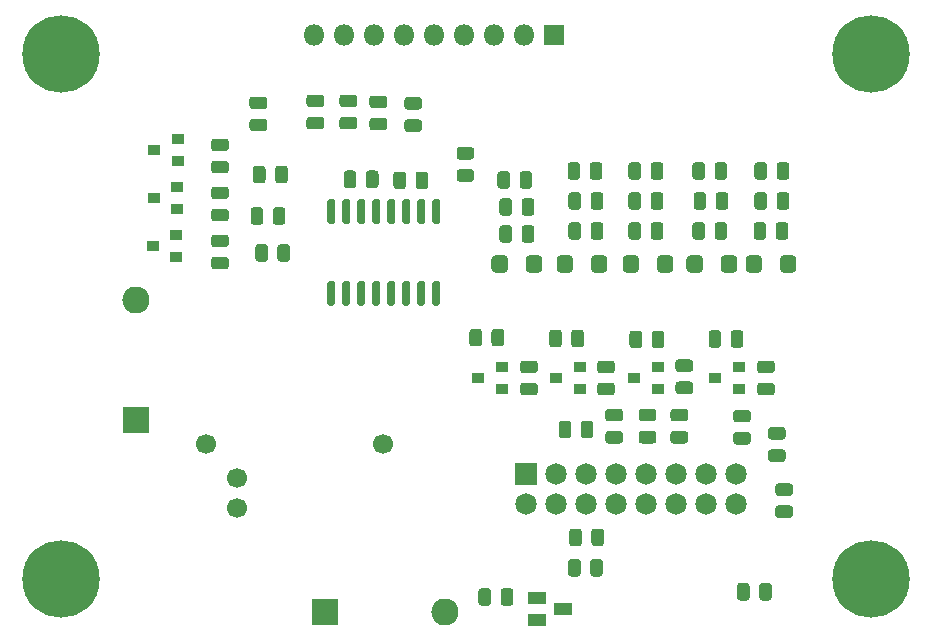
<source format=gbr>
G04 #@! TF.GenerationSoftware,KiCad,Pcbnew,(5.1.6-0-10_14)*
G04 #@! TF.CreationDate,2020-08-18T13:46:32-04:00*
G04 #@! TF.ProjectId,Pufferfish-Interface-2,50756666-6572-4666-9973-682d496e7465,rev?*
G04 #@! TF.SameCoordinates,Original*
G04 #@! TF.FileFunction,Soldermask,Top*
G04 #@! TF.FilePolarity,Negative*
%FSLAX46Y46*%
G04 Gerber Fmt 4.6, Leading zero omitted, Abs format (unit mm)*
G04 Created by KiCad (PCBNEW (5.1.6-0-10_14)) date 2020-08-18 13:46:32*
%MOMM*%
%LPD*%
G01*
G04 APERTURE LIST*
%ADD10O,1.800000X1.800000*%
%ADD11R,1.800000X1.800000*%
%ADD12C,6.553200*%
%ADD13R,1.500000X1.100000*%
%ADD14R,1.000000X0.900000*%
%ADD15O,2.300000X2.300000*%
%ADD16R,2.300000X2.300000*%
%ADD17R,1.825000X1.825000*%
%ADD18C,1.825000*%
%ADD19C,1.700000*%
G04 APERTURE END LIST*
D10*
X17619980Y-4711700D03*
X20159980Y-4711700D03*
X22699980Y-4711700D03*
X25239980Y-4711700D03*
X27779980Y-4711700D03*
X30319980Y-4711700D03*
X32859980Y-4711700D03*
X35399980Y-4711700D03*
D11*
X37939980Y-4711700D03*
D12*
X-3810000Y-6350000D03*
X-3810000Y-50800000D03*
X64770000Y-50800000D03*
X64770000Y-6350000D03*
D13*
X38692000Y-53340000D03*
X36492000Y-54290000D03*
X36492000Y-52390000D03*
G36*
G01*
X19255480Y-27649560D02*
X18905480Y-27649560D01*
G75*
G02*
X18730480Y-27474560I0J175000D01*
G01*
X18730480Y-25749560D01*
G75*
G02*
X18905480Y-25574560I175000J0D01*
G01*
X19255480Y-25574560D01*
G75*
G02*
X19430480Y-25749560I0J-175000D01*
G01*
X19430480Y-27474560D01*
G75*
G02*
X19255480Y-27649560I-175000J0D01*
G01*
G37*
G36*
G01*
X20525480Y-27649560D02*
X20175480Y-27649560D01*
G75*
G02*
X20000480Y-27474560I0J175000D01*
G01*
X20000480Y-25749560D01*
G75*
G02*
X20175480Y-25574560I175000J0D01*
G01*
X20525480Y-25574560D01*
G75*
G02*
X20700480Y-25749560I0J-175000D01*
G01*
X20700480Y-27474560D01*
G75*
G02*
X20525480Y-27649560I-175000J0D01*
G01*
G37*
G36*
G01*
X21795480Y-27649560D02*
X21445480Y-27649560D01*
G75*
G02*
X21270480Y-27474560I0J175000D01*
G01*
X21270480Y-25749560D01*
G75*
G02*
X21445480Y-25574560I175000J0D01*
G01*
X21795480Y-25574560D01*
G75*
G02*
X21970480Y-25749560I0J-175000D01*
G01*
X21970480Y-27474560D01*
G75*
G02*
X21795480Y-27649560I-175000J0D01*
G01*
G37*
G36*
G01*
X23065480Y-27649560D02*
X22715480Y-27649560D01*
G75*
G02*
X22540480Y-27474560I0J175000D01*
G01*
X22540480Y-25749560D01*
G75*
G02*
X22715480Y-25574560I175000J0D01*
G01*
X23065480Y-25574560D01*
G75*
G02*
X23240480Y-25749560I0J-175000D01*
G01*
X23240480Y-27474560D01*
G75*
G02*
X23065480Y-27649560I-175000J0D01*
G01*
G37*
G36*
G01*
X24335480Y-27649560D02*
X23985480Y-27649560D01*
G75*
G02*
X23810480Y-27474560I0J175000D01*
G01*
X23810480Y-25749560D01*
G75*
G02*
X23985480Y-25574560I175000J0D01*
G01*
X24335480Y-25574560D01*
G75*
G02*
X24510480Y-25749560I0J-175000D01*
G01*
X24510480Y-27474560D01*
G75*
G02*
X24335480Y-27649560I-175000J0D01*
G01*
G37*
G36*
G01*
X25605480Y-27649560D02*
X25255480Y-27649560D01*
G75*
G02*
X25080480Y-27474560I0J175000D01*
G01*
X25080480Y-25749560D01*
G75*
G02*
X25255480Y-25574560I175000J0D01*
G01*
X25605480Y-25574560D01*
G75*
G02*
X25780480Y-25749560I0J-175000D01*
G01*
X25780480Y-27474560D01*
G75*
G02*
X25605480Y-27649560I-175000J0D01*
G01*
G37*
G36*
G01*
X26875480Y-27649560D02*
X26525480Y-27649560D01*
G75*
G02*
X26350480Y-27474560I0J175000D01*
G01*
X26350480Y-25749560D01*
G75*
G02*
X26525480Y-25574560I175000J0D01*
G01*
X26875480Y-25574560D01*
G75*
G02*
X27050480Y-25749560I0J-175000D01*
G01*
X27050480Y-27474560D01*
G75*
G02*
X26875480Y-27649560I-175000J0D01*
G01*
G37*
G36*
G01*
X28145480Y-27649560D02*
X27795480Y-27649560D01*
G75*
G02*
X27620480Y-27474560I0J175000D01*
G01*
X27620480Y-25749560D01*
G75*
G02*
X27795480Y-25574560I175000J0D01*
G01*
X28145480Y-25574560D01*
G75*
G02*
X28320480Y-25749560I0J-175000D01*
G01*
X28320480Y-27474560D01*
G75*
G02*
X28145480Y-27649560I-175000J0D01*
G01*
G37*
G36*
G01*
X28145480Y-20724560D02*
X27795480Y-20724560D01*
G75*
G02*
X27620480Y-20549560I0J175000D01*
G01*
X27620480Y-18824560D01*
G75*
G02*
X27795480Y-18649560I175000J0D01*
G01*
X28145480Y-18649560D01*
G75*
G02*
X28320480Y-18824560I0J-175000D01*
G01*
X28320480Y-20549560D01*
G75*
G02*
X28145480Y-20724560I-175000J0D01*
G01*
G37*
G36*
G01*
X26875480Y-20724560D02*
X26525480Y-20724560D01*
G75*
G02*
X26350480Y-20549560I0J175000D01*
G01*
X26350480Y-18824560D01*
G75*
G02*
X26525480Y-18649560I175000J0D01*
G01*
X26875480Y-18649560D01*
G75*
G02*
X27050480Y-18824560I0J-175000D01*
G01*
X27050480Y-20549560D01*
G75*
G02*
X26875480Y-20724560I-175000J0D01*
G01*
G37*
G36*
G01*
X25605480Y-20724560D02*
X25255480Y-20724560D01*
G75*
G02*
X25080480Y-20549560I0J175000D01*
G01*
X25080480Y-18824560D01*
G75*
G02*
X25255480Y-18649560I175000J0D01*
G01*
X25605480Y-18649560D01*
G75*
G02*
X25780480Y-18824560I0J-175000D01*
G01*
X25780480Y-20549560D01*
G75*
G02*
X25605480Y-20724560I-175000J0D01*
G01*
G37*
G36*
G01*
X24335480Y-20724560D02*
X23985480Y-20724560D01*
G75*
G02*
X23810480Y-20549560I0J175000D01*
G01*
X23810480Y-18824560D01*
G75*
G02*
X23985480Y-18649560I175000J0D01*
G01*
X24335480Y-18649560D01*
G75*
G02*
X24510480Y-18824560I0J-175000D01*
G01*
X24510480Y-20549560D01*
G75*
G02*
X24335480Y-20724560I-175000J0D01*
G01*
G37*
G36*
G01*
X23065480Y-20724560D02*
X22715480Y-20724560D01*
G75*
G02*
X22540480Y-20549560I0J175000D01*
G01*
X22540480Y-18824560D01*
G75*
G02*
X22715480Y-18649560I175000J0D01*
G01*
X23065480Y-18649560D01*
G75*
G02*
X23240480Y-18824560I0J-175000D01*
G01*
X23240480Y-20549560D01*
G75*
G02*
X23065480Y-20724560I-175000J0D01*
G01*
G37*
G36*
G01*
X21795480Y-20724560D02*
X21445480Y-20724560D01*
G75*
G02*
X21270480Y-20549560I0J175000D01*
G01*
X21270480Y-18824560D01*
G75*
G02*
X21445480Y-18649560I175000J0D01*
G01*
X21795480Y-18649560D01*
G75*
G02*
X21970480Y-18824560I0J-175000D01*
G01*
X21970480Y-20549560D01*
G75*
G02*
X21795480Y-20724560I-175000J0D01*
G01*
G37*
G36*
G01*
X20525480Y-20724560D02*
X20175480Y-20724560D01*
G75*
G02*
X20000480Y-20549560I0J175000D01*
G01*
X20000480Y-18824560D01*
G75*
G02*
X20175480Y-18649560I175000J0D01*
G01*
X20525480Y-18649560D01*
G75*
G02*
X20700480Y-18824560I0J-175000D01*
G01*
X20700480Y-20549560D01*
G75*
G02*
X20525480Y-20724560I-175000J0D01*
G01*
G37*
G36*
G01*
X19255480Y-20724560D02*
X18905480Y-20724560D01*
G75*
G02*
X18730480Y-20549560I0J175000D01*
G01*
X18730480Y-18824560D01*
G75*
G02*
X18905480Y-18649560I175000J0D01*
G01*
X19255480Y-18649560D01*
G75*
G02*
X19430480Y-18824560I0J-175000D01*
G01*
X19430480Y-20549560D01*
G75*
G02*
X19255480Y-20724560I-175000J0D01*
G01*
G37*
G36*
G01*
X57863000Y-18314750D02*
X57863000Y-19277250D01*
G75*
G02*
X57594250Y-19546000I-268750J0D01*
G01*
X57056750Y-19546000D01*
G75*
G02*
X56788000Y-19277250I0J268750D01*
G01*
X56788000Y-18314750D01*
G75*
G02*
X57056750Y-18046000I268750J0D01*
G01*
X57594250Y-18046000D01*
G75*
G02*
X57863000Y-18314750I0J-268750D01*
G01*
G37*
G36*
G01*
X55988000Y-18314750D02*
X55988000Y-19277250D01*
G75*
G02*
X55719250Y-19546000I-268750J0D01*
G01*
X55181750Y-19546000D01*
G75*
G02*
X54913000Y-19277250I0J268750D01*
G01*
X54913000Y-18314750D01*
G75*
G02*
X55181750Y-18046000I268750J0D01*
G01*
X55719250Y-18046000D01*
G75*
G02*
X55988000Y-18314750I0J-268750D01*
G01*
G37*
G36*
G01*
X56788000Y-16737250D02*
X56788000Y-15774750D01*
G75*
G02*
X57056750Y-15506000I268750J0D01*
G01*
X57594250Y-15506000D01*
G75*
G02*
X57863000Y-15774750I0J-268750D01*
G01*
X57863000Y-16737250D01*
G75*
G02*
X57594250Y-17006000I-268750J0D01*
G01*
X57056750Y-17006000D01*
G75*
G02*
X56788000Y-16737250I0J268750D01*
G01*
G37*
G36*
G01*
X54913000Y-16737250D02*
X54913000Y-15774750D01*
G75*
G02*
X55181750Y-15506000I268750J0D01*
G01*
X55719250Y-15506000D01*
G75*
G02*
X55988000Y-15774750I0J-268750D01*
G01*
X55988000Y-16737250D01*
G75*
G02*
X55719250Y-17006000I-268750J0D01*
G01*
X55181750Y-17006000D01*
G75*
G02*
X54913000Y-16737250I0J268750D01*
G01*
G37*
G36*
G01*
X36273000Y-18822750D02*
X36273000Y-19785250D01*
G75*
G02*
X36004250Y-20054000I-268750J0D01*
G01*
X35466750Y-20054000D01*
G75*
G02*
X35198000Y-19785250I0J268750D01*
G01*
X35198000Y-18822750D01*
G75*
G02*
X35466750Y-18554000I268750J0D01*
G01*
X36004250Y-18554000D01*
G75*
G02*
X36273000Y-18822750I0J-268750D01*
G01*
G37*
G36*
G01*
X34398000Y-18822750D02*
X34398000Y-19785250D01*
G75*
G02*
X34129250Y-20054000I-268750J0D01*
G01*
X33591750Y-20054000D01*
G75*
G02*
X33323000Y-19785250I0J268750D01*
G01*
X33323000Y-18822750D01*
G75*
G02*
X33591750Y-18554000I268750J0D01*
G01*
X34129250Y-18554000D01*
G75*
G02*
X34398000Y-18822750I0J-268750D01*
G01*
G37*
G36*
G01*
X42115000Y-18314750D02*
X42115000Y-19277250D01*
G75*
G02*
X41846250Y-19546000I-268750J0D01*
G01*
X41308750Y-19546000D01*
G75*
G02*
X41040000Y-19277250I0J268750D01*
G01*
X41040000Y-18314750D01*
G75*
G02*
X41308750Y-18046000I268750J0D01*
G01*
X41846250Y-18046000D01*
G75*
G02*
X42115000Y-18314750I0J-268750D01*
G01*
G37*
G36*
G01*
X40240000Y-18314750D02*
X40240000Y-19277250D01*
G75*
G02*
X39971250Y-19546000I-268750J0D01*
G01*
X39433750Y-19546000D01*
G75*
G02*
X39165000Y-19277250I0J268750D01*
G01*
X39165000Y-18314750D01*
G75*
G02*
X39433750Y-18046000I268750J0D01*
G01*
X39971250Y-18046000D01*
G75*
G02*
X40240000Y-18314750I0J-268750D01*
G01*
G37*
G36*
G01*
X45320000Y-18314750D02*
X45320000Y-19277250D01*
G75*
G02*
X45051250Y-19546000I-268750J0D01*
G01*
X44513750Y-19546000D01*
G75*
G02*
X44245000Y-19277250I0J268750D01*
G01*
X44245000Y-18314750D01*
G75*
G02*
X44513750Y-18046000I268750J0D01*
G01*
X45051250Y-18046000D01*
G75*
G02*
X45320000Y-18314750I0J-268750D01*
G01*
G37*
G36*
G01*
X47195000Y-18314750D02*
X47195000Y-19277250D01*
G75*
G02*
X46926250Y-19546000I-268750J0D01*
G01*
X46388750Y-19546000D01*
G75*
G02*
X46120000Y-19277250I0J268750D01*
G01*
X46120000Y-18314750D01*
G75*
G02*
X46388750Y-18046000I268750J0D01*
G01*
X46926250Y-18046000D01*
G75*
G02*
X47195000Y-18314750I0J-268750D01*
G01*
G37*
G36*
G01*
X52704500Y-18314750D02*
X52704500Y-19277250D01*
G75*
G02*
X52435750Y-19546000I-268750J0D01*
G01*
X51898250Y-19546000D01*
G75*
G02*
X51629500Y-19277250I0J268750D01*
G01*
X51629500Y-18314750D01*
G75*
G02*
X51898250Y-18046000I268750J0D01*
G01*
X52435750Y-18046000D01*
G75*
G02*
X52704500Y-18314750I0J-268750D01*
G01*
G37*
G36*
G01*
X50829500Y-18314750D02*
X50829500Y-19277250D01*
G75*
G02*
X50560750Y-19546000I-268750J0D01*
G01*
X50023250Y-19546000D01*
G75*
G02*
X49754500Y-19277250I0J268750D01*
G01*
X49754500Y-18314750D01*
G75*
G02*
X50023250Y-18046000I268750J0D01*
G01*
X50560750Y-18046000D01*
G75*
G02*
X50829500Y-18314750I0J-268750D01*
G01*
G37*
G36*
G01*
X35022500Y-17499250D02*
X35022500Y-16536750D01*
G75*
G02*
X35291250Y-16268000I268750J0D01*
G01*
X35828750Y-16268000D01*
G75*
G02*
X36097500Y-16536750I0J-268750D01*
G01*
X36097500Y-17499250D01*
G75*
G02*
X35828750Y-17768000I-268750J0D01*
G01*
X35291250Y-17768000D01*
G75*
G02*
X35022500Y-17499250I0J268750D01*
G01*
G37*
G36*
G01*
X33147500Y-17499250D02*
X33147500Y-16536750D01*
G75*
G02*
X33416250Y-16268000I268750J0D01*
G01*
X33953750Y-16268000D01*
G75*
G02*
X34222500Y-16536750I0J-268750D01*
G01*
X34222500Y-17499250D01*
G75*
G02*
X33953750Y-17768000I-268750J0D01*
G01*
X33416250Y-17768000D01*
G75*
G02*
X33147500Y-17499250I0J268750D01*
G01*
G37*
G36*
G01*
X40961500Y-16737250D02*
X40961500Y-15774750D01*
G75*
G02*
X41230250Y-15506000I268750J0D01*
G01*
X41767750Y-15506000D01*
G75*
G02*
X42036500Y-15774750I0J-268750D01*
G01*
X42036500Y-16737250D01*
G75*
G02*
X41767750Y-17006000I-268750J0D01*
G01*
X41230250Y-17006000D01*
G75*
G02*
X40961500Y-16737250I0J268750D01*
G01*
G37*
G36*
G01*
X39086500Y-16737250D02*
X39086500Y-15774750D01*
G75*
G02*
X39355250Y-15506000I268750J0D01*
G01*
X39892750Y-15506000D01*
G75*
G02*
X40161500Y-15774750I0J-268750D01*
G01*
X40161500Y-16737250D01*
G75*
G02*
X39892750Y-17006000I-268750J0D01*
G01*
X39355250Y-17006000D01*
G75*
G02*
X39086500Y-16737250I0J268750D01*
G01*
G37*
G36*
G01*
X44245000Y-16737250D02*
X44245000Y-15774750D01*
G75*
G02*
X44513750Y-15506000I268750J0D01*
G01*
X45051250Y-15506000D01*
G75*
G02*
X45320000Y-15774750I0J-268750D01*
G01*
X45320000Y-16737250D01*
G75*
G02*
X45051250Y-17006000I-268750J0D01*
G01*
X44513750Y-17006000D01*
G75*
G02*
X44245000Y-16737250I0J268750D01*
G01*
G37*
G36*
G01*
X46120000Y-16737250D02*
X46120000Y-15774750D01*
G75*
G02*
X46388750Y-15506000I268750J0D01*
G01*
X46926250Y-15506000D01*
G75*
G02*
X47195000Y-15774750I0J-268750D01*
G01*
X47195000Y-16737250D01*
G75*
G02*
X46926250Y-17006000I-268750J0D01*
G01*
X46388750Y-17006000D01*
G75*
G02*
X46120000Y-16737250I0J268750D01*
G01*
G37*
G36*
G01*
X49657500Y-16737250D02*
X49657500Y-15774750D01*
G75*
G02*
X49926250Y-15506000I268750J0D01*
G01*
X50463750Y-15506000D01*
G75*
G02*
X50732500Y-15774750I0J-268750D01*
G01*
X50732500Y-16737250D01*
G75*
G02*
X50463750Y-17006000I-268750J0D01*
G01*
X49926250Y-17006000D01*
G75*
G02*
X49657500Y-16737250I0J268750D01*
G01*
G37*
G36*
G01*
X51532500Y-16737250D02*
X51532500Y-15774750D01*
G75*
G02*
X51801250Y-15506000I268750J0D01*
G01*
X52338750Y-15506000D01*
G75*
G02*
X52607500Y-15774750I0J-268750D01*
G01*
X52607500Y-16737250D01*
G75*
G02*
X52338750Y-17006000I-268750J0D01*
G01*
X51801250Y-17006000D01*
G75*
G02*
X51532500Y-16737250I0J268750D01*
G01*
G37*
G36*
G01*
X17245410Y-11662360D02*
X18207910Y-11662360D01*
G75*
G02*
X18476660Y-11931110I0J-268750D01*
G01*
X18476660Y-12468610D01*
G75*
G02*
X18207910Y-12737360I-268750J0D01*
G01*
X17245410Y-12737360D01*
G75*
G02*
X16976660Y-12468610I0J268750D01*
G01*
X16976660Y-11931110D01*
G75*
G02*
X17245410Y-11662360I268750J0D01*
G01*
G37*
G36*
G01*
X17245410Y-9787360D02*
X18207910Y-9787360D01*
G75*
G02*
X18476660Y-10056110I0J-268750D01*
G01*
X18476660Y-10593610D01*
G75*
G02*
X18207910Y-10862360I-268750J0D01*
G01*
X17245410Y-10862360D01*
G75*
G02*
X16976660Y-10593610I0J268750D01*
G01*
X16976660Y-10056110D01*
G75*
G02*
X17245410Y-9787360I268750J0D01*
G01*
G37*
G36*
G01*
X20039410Y-9787360D02*
X21001910Y-9787360D01*
G75*
G02*
X21270660Y-10056110I0J-268750D01*
G01*
X21270660Y-10593610D01*
G75*
G02*
X21001910Y-10862360I-268750J0D01*
G01*
X20039410Y-10862360D01*
G75*
G02*
X19770660Y-10593610I0J268750D01*
G01*
X19770660Y-10056110D01*
G75*
G02*
X20039410Y-9787360I268750J0D01*
G01*
G37*
G36*
G01*
X20039410Y-11662360D02*
X21001910Y-11662360D01*
G75*
G02*
X21270660Y-11931110I0J-268750D01*
G01*
X21270660Y-12468610D01*
G75*
G02*
X21001910Y-12737360I-268750J0D01*
G01*
X20039410Y-12737360D01*
G75*
G02*
X19770660Y-12468610I0J268750D01*
G01*
X19770660Y-11931110D01*
G75*
G02*
X20039410Y-11662360I268750J0D01*
G01*
G37*
G36*
G01*
X22579410Y-11740860D02*
X23541910Y-11740860D01*
G75*
G02*
X23810660Y-12009610I0J-268750D01*
G01*
X23810660Y-12547110D01*
G75*
G02*
X23541910Y-12815860I-268750J0D01*
G01*
X22579410Y-12815860D01*
G75*
G02*
X22310660Y-12547110I0J268750D01*
G01*
X22310660Y-12009610D01*
G75*
G02*
X22579410Y-11740860I268750J0D01*
G01*
G37*
G36*
G01*
X22579410Y-9865860D02*
X23541910Y-9865860D01*
G75*
G02*
X23810660Y-10134610I0J-268750D01*
G01*
X23810660Y-10672110D01*
G75*
G02*
X23541910Y-10940860I-268750J0D01*
G01*
X22579410Y-10940860D01*
G75*
G02*
X22310660Y-10672110I0J268750D01*
G01*
X22310660Y-10134610D01*
G75*
G02*
X22579410Y-9865860I268750J0D01*
G01*
G37*
G36*
G01*
X25528350Y-9998420D02*
X26490850Y-9998420D01*
G75*
G02*
X26759600Y-10267170I0J-268750D01*
G01*
X26759600Y-10804670D01*
G75*
G02*
X26490850Y-11073420I-268750J0D01*
G01*
X25528350Y-11073420D01*
G75*
G02*
X25259600Y-10804670I0J268750D01*
G01*
X25259600Y-10267170D01*
G75*
G02*
X25528350Y-9998420I268750J0D01*
G01*
G37*
G36*
G01*
X25528350Y-11873420D02*
X26490850Y-11873420D01*
G75*
G02*
X26759600Y-12142170I0J-268750D01*
G01*
X26759600Y-12679670D01*
G75*
G02*
X26490850Y-12948420I-268750J0D01*
G01*
X25528350Y-12948420D01*
G75*
G02*
X25259600Y-12679670I0J268750D01*
G01*
X25259600Y-12142170D01*
G75*
G02*
X25528350Y-11873420I268750J0D01*
G01*
G37*
G36*
G01*
X10133250Y-14586000D02*
X9170750Y-14586000D01*
G75*
G02*
X8902000Y-14317250I0J268750D01*
G01*
X8902000Y-13779750D01*
G75*
G02*
X9170750Y-13511000I268750J0D01*
G01*
X10133250Y-13511000D01*
G75*
G02*
X10402000Y-13779750I0J-268750D01*
G01*
X10402000Y-14317250D01*
G75*
G02*
X10133250Y-14586000I-268750J0D01*
G01*
G37*
G36*
G01*
X10133250Y-16461000D02*
X9170750Y-16461000D01*
G75*
G02*
X8902000Y-16192250I0J268750D01*
G01*
X8902000Y-15654750D01*
G75*
G02*
X9170750Y-15386000I268750J0D01*
G01*
X10133250Y-15386000D01*
G75*
G02*
X10402000Y-15654750I0J-268750D01*
G01*
X10402000Y-16192250D01*
G75*
G02*
X10133250Y-16461000I-268750J0D01*
G01*
G37*
G36*
G01*
X10133250Y-20525000D02*
X9170750Y-20525000D01*
G75*
G02*
X8902000Y-20256250I0J268750D01*
G01*
X8902000Y-19718750D01*
G75*
G02*
X9170750Y-19450000I268750J0D01*
G01*
X10133250Y-19450000D01*
G75*
G02*
X10402000Y-19718750I0J-268750D01*
G01*
X10402000Y-20256250D01*
G75*
G02*
X10133250Y-20525000I-268750J0D01*
G01*
G37*
G36*
G01*
X10133250Y-18650000D02*
X9170750Y-18650000D01*
G75*
G02*
X8902000Y-18381250I0J268750D01*
G01*
X8902000Y-17843750D01*
G75*
G02*
X9170750Y-17575000I268750J0D01*
G01*
X10133250Y-17575000D01*
G75*
G02*
X10402000Y-17843750I0J-268750D01*
G01*
X10402000Y-18381250D01*
G75*
G02*
X10133250Y-18650000I-268750J0D01*
G01*
G37*
G36*
G01*
X10133250Y-22714000D02*
X9170750Y-22714000D01*
G75*
G02*
X8902000Y-22445250I0J268750D01*
G01*
X8902000Y-21907750D01*
G75*
G02*
X9170750Y-21639000I268750J0D01*
G01*
X10133250Y-21639000D01*
G75*
G02*
X10402000Y-21907750I0J-268750D01*
G01*
X10402000Y-22445250D01*
G75*
G02*
X10133250Y-22714000I-268750J0D01*
G01*
G37*
G36*
G01*
X10133250Y-24589000D02*
X9170750Y-24589000D01*
G75*
G02*
X8902000Y-24320250I0J268750D01*
G01*
X8902000Y-23782750D01*
G75*
G02*
X9170750Y-23514000I268750J0D01*
G01*
X10133250Y-23514000D01*
G75*
G02*
X10402000Y-23782750I0J-268750D01*
G01*
X10402000Y-24320250D01*
G75*
G02*
X10133250Y-24589000I-268750J0D01*
G01*
G37*
G36*
G01*
X34495000Y-51842750D02*
X34495000Y-52805250D01*
G75*
G02*
X34226250Y-53074000I-268750J0D01*
G01*
X33688750Y-53074000D01*
G75*
G02*
X33420000Y-52805250I0J268750D01*
G01*
X33420000Y-51842750D01*
G75*
G02*
X33688750Y-51574000I268750J0D01*
G01*
X34226250Y-51574000D01*
G75*
G02*
X34495000Y-51842750I0J-268750D01*
G01*
G37*
G36*
G01*
X32620000Y-51842750D02*
X32620000Y-52805250D01*
G75*
G02*
X32351250Y-53074000I-268750J0D01*
G01*
X31813750Y-53074000D01*
G75*
G02*
X31545000Y-52805250I0J268750D01*
G01*
X31545000Y-51842750D01*
G75*
G02*
X31813750Y-51574000I268750J0D01*
G01*
X32351250Y-51574000D01*
G75*
G02*
X32620000Y-51842750I0J-268750D01*
G01*
G37*
G36*
G01*
X52099020Y-29998750D02*
X52099020Y-30961250D01*
G75*
G02*
X51830270Y-31230000I-268750J0D01*
G01*
X51292770Y-31230000D01*
G75*
G02*
X51024020Y-30961250I0J268750D01*
G01*
X51024020Y-29998750D01*
G75*
G02*
X51292770Y-29730000I268750J0D01*
G01*
X51830270Y-29730000D01*
G75*
G02*
X52099020Y-29998750I0J-268750D01*
G01*
G37*
G36*
G01*
X53974020Y-29998750D02*
X53974020Y-30961250D01*
G75*
G02*
X53705270Y-31230000I-268750J0D01*
G01*
X53167770Y-31230000D01*
G75*
G02*
X52899020Y-30961250I0J268750D01*
G01*
X52899020Y-29998750D01*
G75*
G02*
X53167770Y-29730000I268750J0D01*
G01*
X53705270Y-29730000D01*
G75*
G02*
X53974020Y-29998750I0J-268750D01*
G01*
G37*
G36*
G01*
X47273500Y-30036850D02*
X47273500Y-30999350D01*
G75*
G02*
X47004750Y-31268100I-268750J0D01*
G01*
X46467250Y-31268100D01*
G75*
G02*
X46198500Y-30999350I0J268750D01*
G01*
X46198500Y-30036850D01*
G75*
G02*
X46467250Y-29768100I268750J0D01*
G01*
X47004750Y-29768100D01*
G75*
G02*
X47273500Y-30036850I0J-268750D01*
G01*
G37*
G36*
G01*
X45398500Y-30036850D02*
X45398500Y-30999350D01*
G75*
G02*
X45129750Y-31268100I-268750J0D01*
G01*
X44592250Y-31268100D01*
G75*
G02*
X44323500Y-30999350I0J268750D01*
G01*
X44323500Y-30036850D01*
G75*
G02*
X44592250Y-29768100I268750J0D01*
G01*
X45129750Y-29768100D01*
G75*
G02*
X45398500Y-30036850I0J-268750D01*
G01*
G37*
G36*
G01*
X38609320Y-29958110D02*
X38609320Y-30920610D01*
G75*
G02*
X38340570Y-31189360I-268750J0D01*
G01*
X37803070Y-31189360D01*
G75*
G02*
X37534320Y-30920610I0J268750D01*
G01*
X37534320Y-29958110D01*
G75*
G02*
X37803070Y-29689360I268750J0D01*
G01*
X38340570Y-29689360D01*
G75*
G02*
X38609320Y-29958110I0J-268750D01*
G01*
G37*
G36*
G01*
X40484320Y-29958110D02*
X40484320Y-30920610D01*
G75*
G02*
X40215570Y-31189360I-268750J0D01*
G01*
X39678070Y-31189360D01*
G75*
G02*
X39409320Y-30920610I0J268750D01*
G01*
X39409320Y-29958110D01*
G75*
G02*
X39678070Y-29689360I268750J0D01*
G01*
X40215570Y-29689360D01*
G75*
G02*
X40484320Y-29958110I0J-268750D01*
G01*
G37*
G36*
G01*
X33723080Y-29879370D02*
X33723080Y-30841870D01*
G75*
G02*
X33454330Y-31110620I-268750J0D01*
G01*
X32916830Y-31110620D01*
G75*
G02*
X32648080Y-30841870I0J268750D01*
G01*
X32648080Y-29879370D01*
G75*
G02*
X32916830Y-29610620I268750J0D01*
G01*
X33454330Y-29610620D01*
G75*
G02*
X33723080Y-29879370I0J-268750D01*
G01*
G37*
G36*
G01*
X31848080Y-29879370D02*
X31848080Y-30841870D01*
G75*
G02*
X31579330Y-31110620I-268750J0D01*
G01*
X31041830Y-31110620D01*
G75*
G02*
X30773080Y-30841870I0J268750D01*
G01*
X30773080Y-29879370D01*
G75*
G02*
X31041830Y-29610620I268750J0D01*
G01*
X31579330Y-29610620D01*
G75*
G02*
X31848080Y-29879370I0J-268750D01*
G01*
G37*
G36*
G01*
X56361250Y-35257000D02*
X55398750Y-35257000D01*
G75*
G02*
X55130000Y-34988250I0J268750D01*
G01*
X55130000Y-34450750D01*
G75*
G02*
X55398750Y-34182000I268750J0D01*
G01*
X56361250Y-34182000D01*
G75*
G02*
X56630000Y-34450750I0J-268750D01*
G01*
X56630000Y-34988250D01*
G75*
G02*
X56361250Y-35257000I-268750J0D01*
G01*
G37*
G36*
G01*
X56361250Y-33382000D02*
X55398750Y-33382000D01*
G75*
G02*
X55130000Y-33113250I0J268750D01*
G01*
X55130000Y-32575750D01*
G75*
G02*
X55398750Y-32307000I268750J0D01*
G01*
X56361250Y-32307000D01*
G75*
G02*
X56630000Y-32575750I0J-268750D01*
G01*
X56630000Y-33113250D01*
G75*
G02*
X56361250Y-33382000I-268750J0D01*
G01*
G37*
G36*
G01*
X49457530Y-33275320D02*
X48495030Y-33275320D01*
G75*
G02*
X48226280Y-33006570I0J268750D01*
G01*
X48226280Y-32469070D01*
G75*
G02*
X48495030Y-32200320I268750J0D01*
G01*
X49457530Y-32200320D01*
G75*
G02*
X49726280Y-32469070I0J-268750D01*
G01*
X49726280Y-33006570D01*
G75*
G02*
X49457530Y-33275320I-268750J0D01*
G01*
G37*
G36*
G01*
X49457530Y-35150320D02*
X48495030Y-35150320D01*
G75*
G02*
X48226280Y-34881570I0J268750D01*
G01*
X48226280Y-34344070D01*
G75*
G02*
X48495030Y-34075320I268750J0D01*
G01*
X49457530Y-34075320D01*
G75*
G02*
X49726280Y-34344070I0J-268750D01*
G01*
X49726280Y-34881570D01*
G75*
G02*
X49457530Y-35150320I-268750J0D01*
G01*
G37*
G36*
G01*
X42823050Y-35257000D02*
X41860550Y-35257000D01*
G75*
G02*
X41591800Y-34988250I0J268750D01*
G01*
X41591800Y-34450750D01*
G75*
G02*
X41860550Y-34182000I268750J0D01*
G01*
X42823050Y-34182000D01*
G75*
G02*
X43091800Y-34450750I0J-268750D01*
G01*
X43091800Y-34988250D01*
G75*
G02*
X42823050Y-35257000I-268750J0D01*
G01*
G37*
G36*
G01*
X42823050Y-33382000D02*
X41860550Y-33382000D01*
G75*
G02*
X41591800Y-33113250I0J268750D01*
G01*
X41591800Y-32575750D01*
G75*
G02*
X41860550Y-32307000I268750J0D01*
G01*
X42823050Y-32307000D01*
G75*
G02*
X43091800Y-32575750I0J-268750D01*
G01*
X43091800Y-33113250D01*
G75*
G02*
X42823050Y-33382000I-268750J0D01*
G01*
G37*
G36*
G01*
X36295250Y-33382000D02*
X35332750Y-33382000D01*
G75*
G02*
X35064000Y-33113250I0J268750D01*
G01*
X35064000Y-32575750D01*
G75*
G02*
X35332750Y-32307000I268750J0D01*
G01*
X36295250Y-32307000D01*
G75*
G02*
X36564000Y-32575750I0J-268750D01*
G01*
X36564000Y-33113250D01*
G75*
G02*
X36295250Y-33382000I-268750J0D01*
G01*
G37*
G36*
G01*
X36295250Y-35257000D02*
X35332750Y-35257000D01*
G75*
G02*
X35064000Y-34988250I0J268750D01*
G01*
X35064000Y-34450750D01*
G75*
G02*
X35332750Y-34182000I268750J0D01*
G01*
X36295250Y-34182000D01*
G75*
G02*
X36564000Y-34450750I0J-268750D01*
G01*
X36564000Y-34988250D01*
G75*
G02*
X36295250Y-35257000I-268750J0D01*
G01*
G37*
D14*
X4080000Y-14478000D03*
X6080000Y-13528000D03*
X6080000Y-15428000D03*
X4047740Y-18521720D03*
X6047740Y-17571720D03*
X6047740Y-19471720D03*
X5970780Y-23566160D03*
X5970780Y-21666160D03*
X3970780Y-22616160D03*
X51578000Y-33782000D03*
X53578000Y-32832000D03*
X53578000Y-34732000D03*
X46720000Y-34732000D03*
X46720000Y-32832000D03*
X44720000Y-33782000D03*
X38116000Y-33782000D03*
X40116000Y-32832000D03*
X40116000Y-34732000D03*
X33512000Y-34732000D03*
X33512000Y-32832000D03*
X31512000Y-33782000D03*
G36*
G01*
X57064000Y-24530000D02*
X57064000Y-23730000D01*
G75*
G02*
X57414000Y-23380000I350000J0D01*
G01*
X58114000Y-23380000D01*
G75*
G02*
X58464000Y-23730000I0J-350000D01*
G01*
X58464000Y-24530000D01*
G75*
G02*
X58114000Y-24880000I-350000J0D01*
G01*
X57414000Y-24880000D01*
G75*
G02*
X57064000Y-24530000I0J350000D01*
G01*
G37*
G36*
G01*
X54164000Y-24530000D02*
X54164000Y-23730000D01*
G75*
G02*
X54514000Y-23380000I350000J0D01*
G01*
X55214000Y-23380000D01*
G75*
G02*
X55564000Y-23730000I0J-350000D01*
G01*
X55564000Y-24530000D01*
G75*
G02*
X55214000Y-24880000I-350000J0D01*
G01*
X54514000Y-24880000D01*
G75*
G02*
X54164000Y-24530000I0J350000D01*
G01*
G37*
G36*
G01*
X35548000Y-24530000D02*
X35548000Y-23730000D01*
G75*
G02*
X35898000Y-23380000I350000J0D01*
G01*
X36598000Y-23380000D01*
G75*
G02*
X36948000Y-23730000I0J-350000D01*
G01*
X36948000Y-24530000D01*
G75*
G02*
X36598000Y-24880000I-350000J0D01*
G01*
X35898000Y-24880000D01*
G75*
G02*
X35548000Y-24530000I0J350000D01*
G01*
G37*
G36*
G01*
X32648000Y-24530000D02*
X32648000Y-23730000D01*
G75*
G02*
X32998000Y-23380000I350000J0D01*
G01*
X33698000Y-23380000D01*
G75*
G02*
X34048000Y-23730000I0J-350000D01*
G01*
X34048000Y-24530000D01*
G75*
G02*
X33698000Y-24880000I-350000J0D01*
G01*
X32998000Y-24880000D01*
G75*
G02*
X32648000Y-24530000I0J350000D01*
G01*
G37*
G36*
G01*
X41062000Y-24530000D02*
X41062000Y-23730000D01*
G75*
G02*
X41412000Y-23380000I350000J0D01*
G01*
X42112000Y-23380000D01*
G75*
G02*
X42462000Y-23730000I0J-350000D01*
G01*
X42462000Y-24530000D01*
G75*
G02*
X42112000Y-24880000I-350000J0D01*
G01*
X41412000Y-24880000D01*
G75*
G02*
X41062000Y-24530000I0J350000D01*
G01*
G37*
G36*
G01*
X38162000Y-24530000D02*
X38162000Y-23730000D01*
G75*
G02*
X38512000Y-23380000I350000J0D01*
G01*
X39212000Y-23380000D01*
G75*
G02*
X39562000Y-23730000I0J-350000D01*
G01*
X39562000Y-24530000D01*
G75*
G02*
X39212000Y-24880000I-350000J0D01*
G01*
X38512000Y-24880000D01*
G75*
G02*
X38162000Y-24530000I0J350000D01*
G01*
G37*
G36*
G01*
X43750000Y-24530000D02*
X43750000Y-23730000D01*
G75*
G02*
X44100000Y-23380000I350000J0D01*
G01*
X44800000Y-23380000D01*
G75*
G02*
X45150000Y-23730000I0J-350000D01*
G01*
X45150000Y-24530000D01*
G75*
G02*
X44800000Y-24880000I-350000J0D01*
G01*
X44100000Y-24880000D01*
G75*
G02*
X43750000Y-24530000I0J350000D01*
G01*
G37*
G36*
G01*
X46650000Y-24530000D02*
X46650000Y-23730000D01*
G75*
G02*
X47000000Y-23380000I350000J0D01*
G01*
X47700000Y-23380000D01*
G75*
G02*
X48050000Y-23730000I0J-350000D01*
G01*
X48050000Y-24530000D01*
G75*
G02*
X47700000Y-24880000I-350000J0D01*
G01*
X47000000Y-24880000D01*
G75*
G02*
X46650000Y-24530000I0J350000D01*
G01*
G37*
G36*
G01*
X49158000Y-24530000D02*
X49158000Y-23730000D01*
G75*
G02*
X49508000Y-23380000I350000J0D01*
G01*
X50208000Y-23380000D01*
G75*
G02*
X50558000Y-23730000I0J-350000D01*
G01*
X50558000Y-24530000D01*
G75*
G02*
X50208000Y-24880000I-350000J0D01*
G01*
X49508000Y-24880000D01*
G75*
G02*
X49158000Y-24530000I0J350000D01*
G01*
G37*
G36*
G01*
X52058000Y-24530000D02*
X52058000Y-23730000D01*
G75*
G02*
X52408000Y-23380000I350000J0D01*
G01*
X53108000Y-23380000D01*
G75*
G02*
X53458000Y-23730000I0J-350000D01*
G01*
X53458000Y-24530000D01*
G75*
G02*
X53108000Y-24880000I-350000J0D01*
G01*
X52408000Y-24880000D01*
G75*
G02*
X52058000Y-24530000I0J350000D01*
G01*
G37*
D15*
X2540000Y-27178000D03*
D16*
X2540000Y-37338000D03*
X18542000Y-53594000D03*
D15*
X28702000Y-53594000D03*
G36*
G01*
X54834500Y-21817250D02*
X54834500Y-20854750D01*
G75*
G02*
X55103250Y-20586000I268750J0D01*
G01*
X55640750Y-20586000D01*
G75*
G02*
X55909500Y-20854750I0J-268750D01*
G01*
X55909500Y-21817250D01*
G75*
G02*
X55640750Y-22086000I-268750J0D01*
G01*
X55103250Y-22086000D01*
G75*
G02*
X54834500Y-21817250I0J268750D01*
G01*
G37*
G36*
G01*
X56709500Y-21817250D02*
X56709500Y-20854750D01*
G75*
G02*
X56978250Y-20586000I268750J0D01*
G01*
X57515750Y-20586000D01*
G75*
G02*
X57784500Y-20854750I0J-268750D01*
G01*
X57784500Y-21817250D01*
G75*
G02*
X57515750Y-22086000I-268750J0D01*
G01*
X56978250Y-22086000D01*
G75*
G02*
X56709500Y-21817250I0J268750D01*
G01*
G37*
G36*
G01*
X33323000Y-22071250D02*
X33323000Y-21108750D01*
G75*
G02*
X33591750Y-20840000I268750J0D01*
G01*
X34129250Y-20840000D01*
G75*
G02*
X34398000Y-21108750I0J-268750D01*
G01*
X34398000Y-22071250D01*
G75*
G02*
X34129250Y-22340000I-268750J0D01*
G01*
X33591750Y-22340000D01*
G75*
G02*
X33323000Y-22071250I0J268750D01*
G01*
G37*
G36*
G01*
X35198000Y-22071250D02*
X35198000Y-21108750D01*
G75*
G02*
X35466750Y-20840000I268750J0D01*
G01*
X36004250Y-20840000D01*
G75*
G02*
X36273000Y-21108750I0J-268750D01*
G01*
X36273000Y-22071250D01*
G75*
G02*
X36004250Y-22340000I-268750J0D01*
G01*
X35466750Y-22340000D01*
G75*
G02*
X35198000Y-22071250I0J268750D01*
G01*
G37*
G36*
G01*
X39165000Y-21817250D02*
X39165000Y-20854750D01*
G75*
G02*
X39433750Y-20586000I268750J0D01*
G01*
X39971250Y-20586000D01*
G75*
G02*
X40240000Y-20854750I0J-268750D01*
G01*
X40240000Y-21817250D01*
G75*
G02*
X39971250Y-22086000I-268750J0D01*
G01*
X39433750Y-22086000D01*
G75*
G02*
X39165000Y-21817250I0J268750D01*
G01*
G37*
G36*
G01*
X41040000Y-21817250D02*
X41040000Y-20854750D01*
G75*
G02*
X41308750Y-20586000I268750J0D01*
G01*
X41846250Y-20586000D01*
G75*
G02*
X42115000Y-20854750I0J-268750D01*
G01*
X42115000Y-21817250D01*
G75*
G02*
X41846250Y-22086000I-268750J0D01*
G01*
X41308750Y-22086000D01*
G75*
G02*
X41040000Y-21817250I0J268750D01*
G01*
G37*
G36*
G01*
X46120000Y-21817250D02*
X46120000Y-20854750D01*
G75*
G02*
X46388750Y-20586000I268750J0D01*
G01*
X46926250Y-20586000D01*
G75*
G02*
X47195000Y-20854750I0J-268750D01*
G01*
X47195000Y-21817250D01*
G75*
G02*
X46926250Y-22086000I-268750J0D01*
G01*
X46388750Y-22086000D01*
G75*
G02*
X46120000Y-21817250I0J268750D01*
G01*
G37*
G36*
G01*
X44245000Y-21817250D02*
X44245000Y-20854750D01*
G75*
G02*
X44513750Y-20586000I268750J0D01*
G01*
X45051250Y-20586000D01*
G75*
G02*
X45320000Y-20854750I0J-268750D01*
G01*
X45320000Y-21817250D01*
G75*
G02*
X45051250Y-22086000I-268750J0D01*
G01*
X44513750Y-22086000D01*
G75*
G02*
X44245000Y-21817250I0J268750D01*
G01*
G37*
G36*
G01*
X51532500Y-21817250D02*
X51532500Y-20854750D01*
G75*
G02*
X51801250Y-20586000I268750J0D01*
G01*
X52338750Y-20586000D01*
G75*
G02*
X52607500Y-20854750I0J-268750D01*
G01*
X52607500Y-21817250D01*
G75*
G02*
X52338750Y-22086000I-268750J0D01*
G01*
X51801250Y-22086000D01*
G75*
G02*
X51532500Y-21817250I0J268750D01*
G01*
G37*
G36*
G01*
X49657500Y-21817250D02*
X49657500Y-20854750D01*
G75*
G02*
X49926250Y-20586000I268750J0D01*
G01*
X50463750Y-20586000D01*
G75*
G02*
X50732500Y-20854750I0J-268750D01*
G01*
X50732500Y-21817250D01*
G75*
G02*
X50463750Y-22086000I-268750J0D01*
G01*
X49926250Y-22086000D01*
G75*
G02*
X49657500Y-21817250I0J268750D01*
G01*
G37*
G36*
G01*
X40199260Y-38621890D02*
X40199260Y-37659390D01*
G75*
G02*
X40468010Y-37390640I268750J0D01*
G01*
X41005510Y-37390640D01*
G75*
G02*
X41274260Y-37659390I0J-268750D01*
G01*
X41274260Y-38621890D01*
G75*
G02*
X41005510Y-38890640I-268750J0D01*
G01*
X40468010Y-38890640D01*
G75*
G02*
X40199260Y-38621890I0J268750D01*
G01*
G37*
G36*
G01*
X38324260Y-38621890D02*
X38324260Y-37659390D01*
G75*
G02*
X38593010Y-37390640I268750J0D01*
G01*
X39130510Y-37390640D01*
G75*
G02*
X39399260Y-37659390I0J-268750D01*
G01*
X39399260Y-38621890D01*
G75*
G02*
X39130510Y-38890640I-268750J0D01*
G01*
X38593010Y-38890640D01*
G75*
G02*
X38324260Y-38621890I0J268750D01*
G01*
G37*
G36*
G01*
X42551430Y-38263780D02*
X43513930Y-38263780D01*
G75*
G02*
X43782680Y-38532530I0J-268750D01*
G01*
X43782680Y-39070030D01*
G75*
G02*
X43513930Y-39338780I-268750J0D01*
G01*
X42551430Y-39338780D01*
G75*
G02*
X42282680Y-39070030I0J268750D01*
G01*
X42282680Y-38532530D01*
G75*
G02*
X42551430Y-38263780I268750J0D01*
G01*
G37*
G36*
G01*
X42551430Y-36388780D02*
X43513930Y-36388780D01*
G75*
G02*
X43782680Y-36657530I0J-268750D01*
G01*
X43782680Y-37195030D01*
G75*
G02*
X43513930Y-37463780I-268750J0D01*
G01*
X42551430Y-37463780D01*
G75*
G02*
X42282680Y-37195030I0J268750D01*
G01*
X42282680Y-36657530D01*
G75*
G02*
X42551430Y-36388780I268750J0D01*
G01*
G37*
G36*
G01*
X45375910Y-38263780D02*
X46338410Y-38263780D01*
G75*
G02*
X46607160Y-38532530I0J-268750D01*
G01*
X46607160Y-39070030D01*
G75*
G02*
X46338410Y-39338780I-268750J0D01*
G01*
X45375910Y-39338780D01*
G75*
G02*
X45107160Y-39070030I0J268750D01*
G01*
X45107160Y-38532530D01*
G75*
G02*
X45375910Y-38263780I268750J0D01*
G01*
G37*
G36*
G01*
X45375910Y-36388780D02*
X46338410Y-36388780D01*
G75*
G02*
X46607160Y-36657530I0J-268750D01*
G01*
X46607160Y-37195030D01*
G75*
G02*
X46338410Y-37463780I-268750J0D01*
G01*
X45375910Y-37463780D01*
G75*
G02*
X45107160Y-37195030I0J268750D01*
G01*
X45107160Y-36657530D01*
G75*
G02*
X45375910Y-36388780I268750J0D01*
G01*
G37*
G36*
G01*
X48070850Y-38263780D02*
X49033350Y-38263780D01*
G75*
G02*
X49302100Y-38532530I0J-268750D01*
G01*
X49302100Y-39070030D01*
G75*
G02*
X49033350Y-39338780I-268750J0D01*
G01*
X48070850Y-39338780D01*
G75*
G02*
X47802100Y-39070030I0J268750D01*
G01*
X47802100Y-38532530D01*
G75*
G02*
X48070850Y-38263780I268750J0D01*
G01*
G37*
G36*
G01*
X48070850Y-36388780D02*
X49033350Y-36388780D01*
G75*
G02*
X49302100Y-36657530I0J-268750D01*
G01*
X49302100Y-37195030D01*
G75*
G02*
X49033350Y-37463780I-268750J0D01*
G01*
X48070850Y-37463780D01*
G75*
G02*
X47802100Y-37195030I0J268750D01*
G01*
X47802100Y-36657530D01*
G75*
G02*
X48070850Y-36388780I268750J0D01*
G01*
G37*
G36*
G01*
X53376910Y-38350140D02*
X54339410Y-38350140D01*
G75*
G02*
X54608160Y-38618890I0J-268750D01*
G01*
X54608160Y-39156390D01*
G75*
G02*
X54339410Y-39425140I-268750J0D01*
G01*
X53376910Y-39425140D01*
G75*
G02*
X53108160Y-39156390I0J268750D01*
G01*
X53108160Y-38618890D01*
G75*
G02*
X53376910Y-38350140I268750J0D01*
G01*
G37*
G36*
G01*
X53376910Y-36475140D02*
X54339410Y-36475140D01*
G75*
G02*
X54608160Y-36743890I0J-268750D01*
G01*
X54608160Y-37281390D01*
G75*
G02*
X54339410Y-37550140I-268750J0D01*
G01*
X53376910Y-37550140D01*
G75*
G02*
X53108160Y-37281390I0J268750D01*
G01*
X53108160Y-36743890D01*
G75*
G02*
X53376910Y-36475140I268750J0D01*
G01*
G37*
G36*
G01*
X56333470Y-39815480D02*
X57295970Y-39815480D01*
G75*
G02*
X57564720Y-40084230I0J-268750D01*
G01*
X57564720Y-40621730D01*
G75*
G02*
X57295970Y-40890480I-268750J0D01*
G01*
X56333470Y-40890480D01*
G75*
G02*
X56064720Y-40621730I0J268750D01*
G01*
X56064720Y-40084230D01*
G75*
G02*
X56333470Y-39815480I268750J0D01*
G01*
G37*
G36*
G01*
X56333470Y-37940480D02*
X57295970Y-37940480D01*
G75*
G02*
X57564720Y-38209230I0J-268750D01*
G01*
X57564720Y-38746730D01*
G75*
G02*
X57295970Y-39015480I-268750J0D01*
G01*
X56333470Y-39015480D01*
G75*
G02*
X56064720Y-38746730I0J268750D01*
G01*
X56064720Y-38209230D01*
G75*
G02*
X56333470Y-37940480I268750J0D01*
G01*
G37*
G36*
G01*
X41103740Y-47763350D02*
X41103740Y-46800850D01*
G75*
G02*
X41372490Y-46532100I268750J0D01*
G01*
X41909990Y-46532100D01*
G75*
G02*
X42178740Y-46800850I0J-268750D01*
G01*
X42178740Y-47763350D01*
G75*
G02*
X41909990Y-48032100I-268750J0D01*
G01*
X41372490Y-48032100D01*
G75*
G02*
X41103740Y-47763350I0J268750D01*
G01*
G37*
G36*
G01*
X39228740Y-47763350D02*
X39228740Y-46800850D01*
G75*
G02*
X39497490Y-46532100I268750J0D01*
G01*
X40034990Y-46532100D01*
G75*
G02*
X40303740Y-46800850I0J-268750D01*
G01*
X40303740Y-47763350D01*
G75*
G02*
X40034990Y-48032100I-268750J0D01*
G01*
X39497490Y-48032100D01*
G75*
G02*
X39228740Y-47763350I0J268750D01*
G01*
G37*
G36*
G01*
X40204440Y-49368790D02*
X40204440Y-50331290D01*
G75*
G02*
X39935690Y-50600040I-268750J0D01*
G01*
X39398190Y-50600040D01*
G75*
G02*
X39129440Y-50331290I0J268750D01*
G01*
X39129440Y-49368790D01*
G75*
G02*
X39398190Y-49100040I268750J0D01*
G01*
X39935690Y-49100040D01*
G75*
G02*
X40204440Y-49368790I0J-268750D01*
G01*
G37*
G36*
G01*
X42079440Y-49368790D02*
X42079440Y-50331290D01*
G75*
G02*
X41810690Y-50600040I-268750J0D01*
G01*
X41273190Y-50600040D01*
G75*
G02*
X41004440Y-50331290I0J268750D01*
G01*
X41004440Y-49368790D01*
G75*
G02*
X41273190Y-49100040I268750J0D01*
G01*
X41810690Y-49100040D01*
G75*
G02*
X42079440Y-49368790I0J-268750D01*
G01*
G37*
G36*
G01*
X55304640Y-52355670D02*
X55304640Y-51393170D01*
G75*
G02*
X55573390Y-51124420I268750J0D01*
G01*
X56110890Y-51124420D01*
G75*
G02*
X56379640Y-51393170I0J-268750D01*
G01*
X56379640Y-52355670D01*
G75*
G02*
X56110890Y-52624420I-268750J0D01*
G01*
X55573390Y-52624420D01*
G75*
G02*
X55304640Y-52355670I0J268750D01*
G01*
G37*
G36*
G01*
X53429640Y-52355670D02*
X53429640Y-51393170D01*
G75*
G02*
X53698390Y-51124420I268750J0D01*
G01*
X54235890Y-51124420D01*
G75*
G02*
X54504640Y-51393170I0J-268750D01*
G01*
X54504640Y-52355670D01*
G75*
G02*
X54235890Y-52624420I-268750J0D01*
G01*
X53698390Y-52624420D01*
G75*
G02*
X53429640Y-52355670I0J268750D01*
G01*
G37*
G36*
G01*
X57903030Y-43768060D02*
X56940530Y-43768060D01*
G75*
G02*
X56671780Y-43499310I0J268750D01*
G01*
X56671780Y-42961810D01*
G75*
G02*
X56940530Y-42693060I268750J0D01*
G01*
X57903030Y-42693060D01*
G75*
G02*
X58171780Y-42961810I0J-268750D01*
G01*
X58171780Y-43499310D01*
G75*
G02*
X57903030Y-43768060I-268750J0D01*
G01*
G37*
G36*
G01*
X57903030Y-45643060D02*
X56940530Y-45643060D01*
G75*
G02*
X56671780Y-45374310I0J268750D01*
G01*
X56671780Y-44836810D01*
G75*
G02*
X56940530Y-44568060I268750J0D01*
G01*
X57903030Y-44568060D01*
G75*
G02*
X58171780Y-44836810I0J-268750D01*
G01*
X58171780Y-45374310D01*
G75*
G02*
X57903030Y-45643060I-268750J0D01*
G01*
G37*
G36*
G01*
X13326160Y-19594910D02*
X13326160Y-20557410D01*
G75*
G02*
X13057410Y-20826160I-268750J0D01*
G01*
X12519910Y-20826160D01*
G75*
G02*
X12251160Y-20557410I0J268750D01*
G01*
X12251160Y-19594910D01*
G75*
G02*
X12519910Y-19326160I268750J0D01*
G01*
X13057410Y-19326160D01*
G75*
G02*
X13326160Y-19594910I0J-268750D01*
G01*
G37*
G36*
G01*
X15201160Y-19594910D02*
X15201160Y-20557410D01*
G75*
G02*
X14932410Y-20826160I-268750J0D01*
G01*
X14394910Y-20826160D01*
G75*
G02*
X14126160Y-20557410I0J268750D01*
G01*
X14126160Y-19594910D01*
G75*
G02*
X14394910Y-19326160I268750J0D01*
G01*
X14932410Y-19326160D01*
G75*
G02*
X15201160Y-19594910I0J-268750D01*
G01*
G37*
G36*
G01*
X13719860Y-22714030D02*
X13719860Y-23676530D01*
G75*
G02*
X13451110Y-23945280I-268750J0D01*
G01*
X12913610Y-23945280D01*
G75*
G02*
X12644860Y-23676530I0J268750D01*
G01*
X12644860Y-22714030D01*
G75*
G02*
X12913610Y-22445280I268750J0D01*
G01*
X13451110Y-22445280D01*
G75*
G02*
X13719860Y-22714030I0J-268750D01*
G01*
G37*
G36*
G01*
X15594860Y-22714030D02*
X15594860Y-23676530D01*
G75*
G02*
X15326110Y-23945280I-268750J0D01*
G01*
X14788610Y-23945280D01*
G75*
G02*
X14519860Y-23676530I0J268750D01*
G01*
X14519860Y-22714030D01*
G75*
G02*
X14788610Y-22445280I268750J0D01*
G01*
X15326110Y-22445280D01*
G75*
G02*
X15594860Y-22714030I0J-268750D01*
G01*
G37*
G36*
G01*
X13519200Y-16074470D02*
X13519200Y-17036970D01*
G75*
G02*
X13250450Y-17305720I-268750J0D01*
G01*
X12712950Y-17305720D01*
G75*
G02*
X12444200Y-17036970I0J268750D01*
G01*
X12444200Y-16074470D01*
G75*
G02*
X12712950Y-15805720I268750J0D01*
G01*
X13250450Y-15805720D01*
G75*
G02*
X13519200Y-16074470I0J-268750D01*
G01*
G37*
G36*
G01*
X15394200Y-16074470D02*
X15394200Y-17036970D01*
G75*
G02*
X15125450Y-17305720I-268750J0D01*
G01*
X14587950Y-17305720D01*
G75*
G02*
X14319200Y-17036970I0J268750D01*
G01*
X14319200Y-16074470D01*
G75*
G02*
X14587950Y-15805720I268750J0D01*
G01*
X15125450Y-15805720D01*
G75*
G02*
X15394200Y-16074470I0J-268750D01*
G01*
G37*
G36*
G01*
X30918070Y-15297440D02*
X29955570Y-15297440D01*
G75*
G02*
X29686820Y-15028690I0J268750D01*
G01*
X29686820Y-14491190D01*
G75*
G02*
X29955570Y-14222440I268750J0D01*
G01*
X30918070Y-14222440D01*
G75*
G02*
X31186820Y-14491190I0J-268750D01*
G01*
X31186820Y-15028690D01*
G75*
G02*
X30918070Y-15297440I-268750J0D01*
G01*
G37*
G36*
G01*
X30918070Y-17172440D02*
X29955570Y-17172440D01*
G75*
G02*
X29686820Y-16903690I0J268750D01*
G01*
X29686820Y-16366190D01*
G75*
G02*
X29955570Y-16097440I268750J0D01*
G01*
X30918070Y-16097440D01*
G75*
G02*
X31186820Y-16366190I0J-268750D01*
G01*
X31186820Y-16903690D01*
G75*
G02*
X30918070Y-17172440I-268750J0D01*
G01*
G37*
G36*
G01*
X25414020Y-16569770D02*
X25414020Y-17532270D01*
G75*
G02*
X25145270Y-17801020I-268750J0D01*
G01*
X24607770Y-17801020D01*
G75*
G02*
X24339020Y-17532270I0J268750D01*
G01*
X24339020Y-16569770D01*
G75*
G02*
X24607770Y-16301020I268750J0D01*
G01*
X25145270Y-16301020D01*
G75*
G02*
X25414020Y-16569770I0J-268750D01*
G01*
G37*
G36*
G01*
X27289020Y-16569770D02*
X27289020Y-17532270D01*
G75*
G02*
X27020270Y-17801020I-268750J0D01*
G01*
X26482770Y-17801020D01*
G75*
G02*
X26214020Y-17532270I0J268750D01*
G01*
X26214020Y-16569770D01*
G75*
G02*
X26482770Y-16301020I268750J0D01*
G01*
X27020270Y-16301020D01*
G75*
G02*
X27289020Y-16569770I0J-268750D01*
G01*
G37*
G36*
G01*
X21207780Y-16478330D02*
X21207780Y-17440830D01*
G75*
G02*
X20939030Y-17709580I-268750J0D01*
G01*
X20401530Y-17709580D01*
G75*
G02*
X20132780Y-17440830I0J268750D01*
G01*
X20132780Y-16478330D01*
G75*
G02*
X20401530Y-16209580I268750J0D01*
G01*
X20939030Y-16209580D01*
G75*
G02*
X21207780Y-16478330I0J-268750D01*
G01*
G37*
G36*
G01*
X23082780Y-16478330D02*
X23082780Y-17440830D01*
G75*
G02*
X22814030Y-17709580I-268750J0D01*
G01*
X22276530Y-17709580D01*
G75*
G02*
X22007780Y-17440830I0J268750D01*
G01*
X22007780Y-16478330D01*
G75*
G02*
X22276530Y-16209580I268750J0D01*
G01*
X22814030Y-16209580D01*
G75*
G02*
X23082780Y-16478330I0J-268750D01*
G01*
G37*
G36*
G01*
X13381910Y-11025160D02*
X12419410Y-11025160D01*
G75*
G02*
X12150660Y-10756410I0J268750D01*
G01*
X12150660Y-10218910D01*
G75*
G02*
X12419410Y-9950160I268750J0D01*
G01*
X13381910Y-9950160D01*
G75*
G02*
X13650660Y-10218910I0J-268750D01*
G01*
X13650660Y-10756410D01*
G75*
G02*
X13381910Y-11025160I-268750J0D01*
G01*
G37*
G36*
G01*
X13381910Y-12900160D02*
X12419410Y-12900160D01*
G75*
G02*
X12150660Y-12631410I0J268750D01*
G01*
X12150660Y-12093910D01*
G75*
G02*
X12419410Y-11825160I268750J0D01*
G01*
X13381910Y-11825160D01*
G75*
G02*
X13650660Y-12093910I0J-268750D01*
G01*
X13650660Y-12631410D01*
G75*
G02*
X13381910Y-12900160I-268750J0D01*
G01*
G37*
D17*
X35560000Y-41910000D03*
D18*
X35560000Y-44450000D03*
X38100000Y-41910000D03*
X38100000Y-44450000D03*
X40640000Y-41910000D03*
X40640000Y-44450000D03*
X43180000Y-41910000D03*
X43180000Y-44450000D03*
X45720000Y-41910000D03*
X45720000Y-44450000D03*
X48260000Y-41910000D03*
X48260000Y-44450000D03*
X50800000Y-41910000D03*
X50800000Y-44450000D03*
X53340000Y-41910000D03*
X53340000Y-44450000D03*
D19*
X11102000Y-44770000D03*
X11102000Y-42270000D03*
X8502000Y-39370000D03*
X23502000Y-39370000D03*
M02*

</source>
